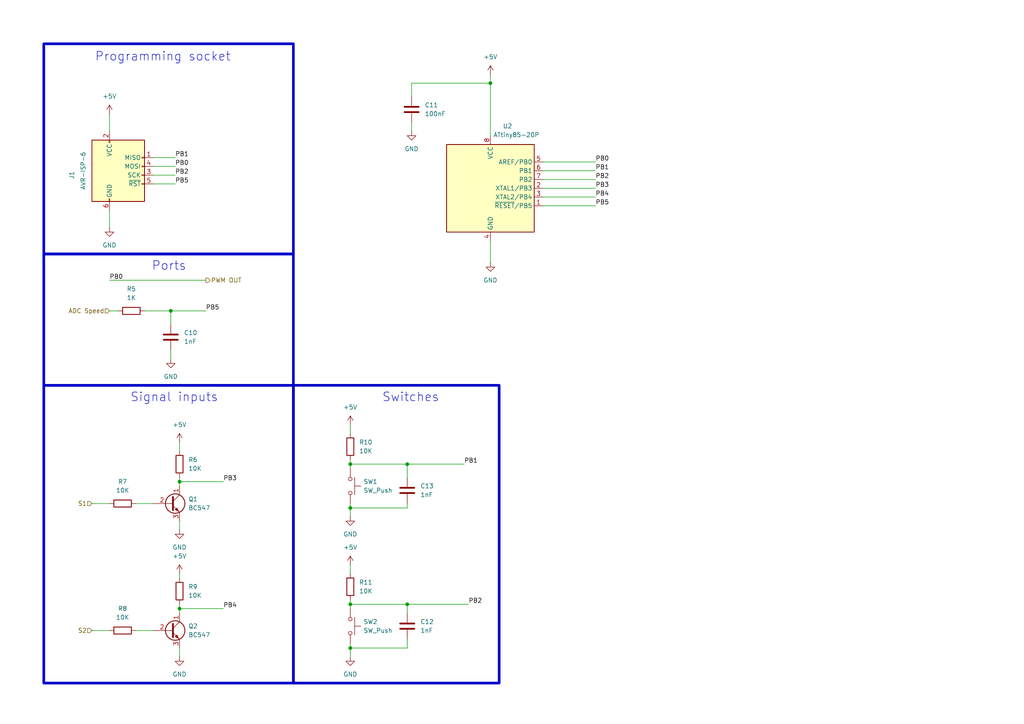
<source format=kicad_sch>
(kicad_sch (version 20231120) (generator "eeschema") (generator_version "8.0")
  (paper "A4")
  (lib_symbols
    (symbol "Connector:AVR-ISP-6" (pin_names (offset 1.016))
      (property "Reference" "J" (at -6.35 11.43 0))
      (property "Value" "AVR-ISP-6" (at 0 11.43 0))
      (symbol "AVR-ISP-6_0_1"
        (rectangle (start -2.667 -6.858) (end -2.413 -7.62))
        (rectangle (start -2.667 10.16) (end -2.413 9.398))
        (rectangle (start 7.62 -2.413) (end 6.858 -2.667))
        (rectangle (start 7.62 0.127) (end 6.858 -0.127))
        (rectangle (start 7.62 2.667) (end 6.858 2.413))
        (rectangle (start 7.62 5.207) (end 6.858 4.953))
        (rectangle (start 7.62 10.16) (end -7.62 -7.62) (stroke (width 0.254)) (fill (type background)))
      )
      (symbol "AVR-ISP-6_1_1"
        (pin passive line (at 10.16 5.08 180) (length 2.54) (name "MISO") (number "1"))
        (pin passive line (at -2.54 12.7 270) (length 2.54) (name "VCC") (number "2"))
        (pin passive line (at 10.16 0 180) (length 2.54) (name "SCK") (number "3"))
        (pin passive line (at 10.16 2.54 180) (length 2.54) (name "MOSI") (number "4"))
        (pin passive line (at 10.16 -2.54 180) (length 2.54) (name "~{RST}") (number "5"))
        (pin passive line (at -2.54 -10.16 90) (length 2.54) (name "GND") (number "6"))
      )
    )
    (symbol "Device:C" (pin_numbers hide) (pin_names (offset 0.254))
      (property "Reference" "C" (at 0.635 2.54 0))
      (property "Value" "C" (at 0.635 -2.54 0))
      (symbol "C_0_1"
        (polyline (pts (xy -2.032 -0.762) (xy 2.032 -0.762)) (stroke (width 0.508)))
        (polyline (pts (xy -2.032 0.762) (xy 2.032 0.762)) (stroke (width 0.508)))
      )
      (symbol "C_1_1"
        (pin passive line (at 0 3.81 270) (length 2.794) (name "~") (number "1"))
        (pin passive line (at 0 -3.81 90) (length 2.794) (name "~") (number "2"))
      )
    )
    (symbol "Device:R" (pin_numbers hide) (pin_names (offset 0))
      (property "Reference" "R" (at 2.032 0 90))
      (property "Value" "R" (at 0 0 90))
      (symbol "R_0_1"
        (rectangle (start -1.016 -2.54) (end 1.016 2.54) (stroke (width 0.254)))
      )
      (symbol "R_1_1"
        (pin passive line (at 0 3.81 270) (length 1.27) (name "~") (number "1"))
        (pin passive line (at 0 -3.81 90) (length 1.27) (name "~") (number "2"))
      )
    )
    (symbol "MCU_Microchip_ATtiny:ATtiny85-20P"
      (property "Reference" "U" (at -12.7 13.97 0))
      (property "Value" "ATtiny85-20P" (at 2.54 -13.97 0))
      (symbol "ATtiny85-20P_0_1"
        (rectangle (start -12.7 -12.7) (end 12.7 12.7) (stroke (width 0.254)) (fill (type background)))
      )
      (symbol "ATtiny85-20P_1_1"
        (pin bidirectional line (at 15.24 -5.08 180) (length 2.54) (name "~{RESET}/PB5") (number "1"))
        (pin bidirectional line (at 15.24 0 180) (length 2.54) (name "XTAL1/PB3") (number "2"))
        (pin bidirectional line (at 15.24 -2.54 180) (length 2.54) (name "XTAL2/PB4") (number "3"))
        (pin power_in line (at 0 -15.24 90) (length 2.54) (name "GND") (number "4"))
        (pin bidirectional line (at 15.24 7.62 180) (length 2.54) (name "AREF/PB0") (number "5"))
        (pin bidirectional line (at 15.24 5.08 180) (length 2.54) (name "PB1") (number "6"))
        (pin bidirectional line (at 15.24 2.54 180) (length 2.54) (name "PB2") (number "7"))
        (pin power_in line (at 0 15.24 270) (length 2.54) (name "VCC") (number "8"))
      )
    )
    (symbol "Switch:SW_Push" (pin_numbers hide) (pin_names (offset 1.016) hide)
      (property "Reference" "SW" (at 1.27 2.54 0))
      (property "Value" "SW_Push" (at 0 -1.524 0))
      (symbol "SW_Push_0_1"
        (circle (center -2.032 0) (radius 0.508))
        (polyline (pts (xy 0 1.27) (xy 0 3.048)))
        (polyline (pts (xy 2.54 1.27) (xy -2.54 1.27)))
        (circle (center 2.032 0) (radius 0.508))
        (pin passive line (at -5.08 0 0) (length 2.54) (name "1") (number "1"))
        (pin passive line (at 5.08 0 180) (length 2.54) (name "2") (number "2"))
      )
    )
    (symbol "Transistor_BJT:BC547" (pin_names (offset 0) hide)
      (property "Reference" "Q" (at 5.08 1.905 0))
      (property "Value" "BC547" (at 5.08 0 0))
      (symbol "BC547_0_1"
        (polyline (pts (xy 0 0) (xy 0.635 0)))
        (polyline (pts (xy 0.635 0.635) (xy 2.54 2.54)))
        (polyline (pts (xy 0.635 -0.635) (xy 2.54 -2.54) (xy 2.54 -2.54)))
        (polyline (pts (xy 0.635 1.905) (xy 0.635 -1.905) (xy 0.635 -1.905)) (stroke (width 0.508)))
        (polyline (pts (xy 1.27 -1.778) (xy 1.778 -1.27) (xy 2.286 -2.286) (xy 1.27 -1.778) (xy 1.27 -1.778)) (fill (type outline)))
        (circle (center 1.27 0) (radius 2.8194) (stroke (width 0.254)))
      )
      (symbol "BC547_1_1"
        (pin passive line (at 2.54 5.08 270) (length 2.54) (name "C") (number "1"))
        (pin input line (at -5.08 0 0) (length 5.08) (name "B") (number "2"))
        (pin passive line (at 2.54 -5.08 90) (length 2.54) (name "E") (number "3"))
      )
    )
    (symbol "power:+5V" (power) (pin_numbers hide) (pin_names (offset 0) hide)
      (property "Value" "+5V" (at 0 3.556 0))
      (symbol "+5V_0_1"
        (polyline (pts (xy -0.762 1.27) (xy 0 2.54)))
        (polyline (pts (xy 0 0) (xy 0 2.54)))
        (polyline (pts (xy 0 2.54) (xy 0.762 1.27)))
      )
      (symbol "+5V_1_1"
        (pin power_in line (at 0 0 90) (length 0) (name "~") (number "1"))
      )
    )
    (symbol "power:GND" (power) (pin_numbers hide) (pin_names (offset 0) hide)
      (property "Value" "GND" (at 0 -3.81 0))
      (symbol "GND_0_1"
        (polyline (pts (xy 0 0) (xy 0 -1.27) (xy 1.27 -1.27) (xy 0 -2.54) (xy -1.27 -1.27) (xy 0 -1.27)))
      )
      (symbol "GND_1_1"
        (pin power_in line (at 0 0 270) (length 0) (name "~") (number "1"))
      )
    )
  )
  (junction (at 101.6 175.26))
  (junction (at 52.07 139.7))
  (junction (at 101.6 134.62))
  (junction (at 142.24 24.13))
  (junction (at 101.6 187.96))
  (junction (at 118.11 134.62))
  (junction (at 52.07 176.53))
  (junction (at 101.6 147.32))
  (junction (at 49.53 90.17))
  (junction (at 118.11 175.26))
  (wire (pts (xy 31.75 90.17) (xy 34.29 90.17)))
  (wire (pts (xy 26.67 182.88) (xy 31.75 182.88)))
  (wire (pts (xy 142.24 21.59) (xy 142.24 24.13)))
  (wire (pts (xy 157.48 46.99) (xy 172.72 46.99)))
  (wire (pts (xy 49.53 90.17) (xy 49.53 93.98)))
  (wire (pts (xy 118.11 147.32) (xy 101.6 147.32)))
  (wire (pts (xy 31.75 81.28) (xy 59.69 81.28)))
  (wire (pts (xy 31.75 33.02) (xy 31.75 38.1)))
  (wire (pts (xy 118.11 187.96) (xy 101.6 187.96)))
  (wire (pts (xy 101.6 175.26) (xy 101.6 176.53)))
  (wire (pts (xy 44.45 48.26) (xy 50.8 48.26)))
  (wire (pts (xy 49.53 101.6) (xy 49.53 104.14)))
  (wire (pts (xy 157.48 52.07) (xy 172.72 52.07)))
  (wire (pts (xy 52.07 139.7) (xy 52.07 140.97)))
  (wire (pts (xy 101.6 146.05) (xy 101.6 147.32)))
  (wire (pts (xy 52.07 166.37) (xy 52.07 167.64)))
  (wire (pts (xy 142.24 69.85) (xy 142.24 76.2)))
  (wire (pts (xy 157.48 59.69) (xy 172.72 59.69)))
  (wire (pts (xy 44.45 53.34) (xy 50.8 53.34)))
  (wire (pts (xy 44.45 45.72) (xy 50.8 45.72)))
  (wire (pts (xy 118.11 134.62) (xy 134.62 134.62)))
  (wire (pts (xy 101.6 147.32) (xy 101.6 149.86)))
  (wire (pts (xy 44.45 50.8) (xy 50.8 50.8)))
  (wire (pts (xy 49.53 90.17) (xy 59.69 90.17)))
  (wire (pts (xy 26.67 146.05) (xy 31.75 146.05)))
  (wire (pts (xy 52.07 153.67) (xy 52.07 151.13)))
  (wire (pts (xy 101.6 134.62) (xy 118.11 134.62)))
  (wire (pts (xy 118.11 146.05) (xy 118.11 147.32)))
  (wire (pts (xy 101.6 163.83) (xy 101.6 166.37)))
  (wire (pts (xy 119.38 27.94) (xy 119.38 24.13)))
  (wire (pts (xy 52.07 176.53) (xy 64.77 176.53)))
  (wire (pts (xy 52.07 128.27) (xy 52.07 130.81)))
  (wire (pts (xy 101.6 123.19) (xy 101.6 125.73)))
  (wire (pts (xy 52.07 190.5) (xy 52.07 187.96)))
  (wire (pts (xy 157.48 57.15) (xy 172.72 57.15)))
  (wire (pts (xy 101.6 173.99) (xy 101.6 175.26)))
  (wire (pts (xy 157.48 54.61) (xy 172.72 54.61)))
  (wire (pts (xy 101.6 187.96) (xy 101.6 190.5)))
  (wire (pts (xy 39.37 182.88) (xy 44.45 182.88)))
  (wire (pts (xy 157.48 49.53) (xy 172.72 49.53)))
  (wire (pts (xy 142.24 24.13) (xy 142.24 39.37)))
  (wire (pts (xy 118.11 185.42) (xy 118.11 187.96)))
  (wire (pts (xy 119.38 24.13) (xy 142.24 24.13)))
  (wire (pts (xy 101.6 133.35) (xy 101.6 134.62)))
  (wire (pts (xy 118.11 134.62) (xy 118.11 138.43)))
  (wire (pts (xy 39.37 146.05) (xy 44.45 146.05)))
  (wire (pts (xy 52.07 139.7) (xy 64.77 139.7)))
  (wire (pts (xy 52.07 138.43) (xy 52.07 139.7)))
  (wire (pts (xy 119.38 35.56) (xy 119.38 38.1)))
  (wire (pts (xy 101.6 186.69) (xy 101.6 187.96)))
  (wire (pts (xy 41.91 90.17) (xy 49.53 90.17)))
  (wire (pts (xy 101.6 175.26) (xy 118.11 175.26)))
  (wire (pts (xy 52.07 176.53) (xy 52.07 177.8)))
  (wire (pts (xy 118.11 175.26) (xy 135.89 175.26)))
  (wire (pts (xy 31.75 60.96) (xy 31.75 66.04)))
  (wire (pts (xy 101.6 134.62) (xy 101.6 135.89)))
  (wire (pts (xy 52.07 175.26) (xy 52.07 176.53)))
  (wire (pts (xy 118.11 175.26) (xy 118.11 177.8)))
  (rectangle (start 12.7 111.76) (end 85.09 198.12) (stroke (width 0.762)))
  (rectangle (start 12.7 12.7) (end 85.09 73.66) (stroke (width 0.762)))
  (rectangle (start 12.7 73.66) (end 85.09 111.76) (stroke (width 0.762)))
  (rectangle (start 85.09 111.76) (end 144.78 198.12) (stroke (width 0.762)))
  (text "Ports" (at 49.022 77.216 0) (effects (font (size 2.54 2.54))))
  (text "Signal inputs" (at 50.546 115.316 0) (effects (font (size 2.54 2.54))))
  (text "Programming socket" (at 47.244 16.51 0) (effects (font (size 2.54 2.54))))
  (text "Switches" (at 119.126 115.316 0) (effects (font (size 2.54 2.54))))
  (label "PB5" (at 59.69 90.17 0))
  (label "PB0" (at 31.75 81.28 0))
  (label "PB0" (at 50.8 48.26 0))
  (label "PB3" (at 64.77 139.7 0))
  (label "PB3" (at 172.72 54.61 0))
  (label "PB2" (at 50.8 50.8 0))
  (label "PB5" (at 172.72 59.69 0))
  (label "PB2" (at 135.89 175.26 0))
  (label "PB1" (at 172.72 49.53 0))
  (label "PB4" (at 64.77 176.53 0))
  (label "PB0" (at 172.72 46.99 0))
  (label "PB4" (at 172.72 57.15 0))
  (label "PB2" (at 172.72 52.07 0))
  (label "PB1" (at 134.62 134.62 0))
  (label "PB5" (at 50.8 53.34 0))
  (label "PB1" (at 50.8 45.72 0))
  (hierarchical_label "S1" (shape input) (at 26.67 146.05 180))
  (hierarchical_label "ADC Speed" (shape input) (at 31.75 90.17 180))
  (hierarchical_label "S2" (shape input) (at 26.67 182.88 180))
  (hierarchical_label "PWM OUT" (shape output) (at 59.69 81.28 0))
  (symbol (lib_id "Device:R") (at 52.07 171.45 180) (unit 1)
    (property "Reference" "R9" (at 54.61 170.1799 0) (effects (justify right)))
    (property "Value" "10K" (at 54.61 172.7199 0) (effects (justify right)))
    (property "Footprint" "Resistor_SMD:R_1206_3216Metric_Pad1.30x1.75mm_HandSolder" (effects (hide yes)))
    (property "Description" "Resistor" (effects (hide yes)))
  )
  (symbol (lib_id "power:GND") (at 52.07 153.67 0) (unit 1)
    (property "Reference" "#PWR013" (effects (hide yes)))
    (property "Value" "GND" (at 52.07 158.75 0))
    (property "Description" "Power symbol creates a global label with name \"GND\" , ground" (effects (hide yes)))
  )
  (symbol (lib_id "power:+5V") (at 52.07 166.37 0) (unit 1)
    (property "Reference" "#PWR014" (effects (hide yes)))
    (property "Value" "+5V" (at 52.07 161.29 0))
    (property "Description" "Power symbol creates a global label with name \"+5V\"" (effects (hide yes)))
  )
  (symbol (lib_id "power:GND") (at 52.07 190.5 0) (unit 1)
    (property "Reference" "#PWR015" (effects (hide yes)))
    (property "Value" "GND" (at 52.07 195.58 0))
    (property "Description" "Power symbol creates a global label with name \"GND\" , ground" (effects (hide yes)))
  )
  (symbol (lib_id "power:+5V") (at 101.6 163.83 0) (unit 1)
    (property "Reference" "#PWR018" (effects (hide yes)))
    (property "Value" "+5V" (at 101.6 158.75 0))
    (property "Description" "Power symbol creates a global label with name \"+5V\"" (effects (hide yes)))
  )
  (symbol (lib_id "power:GND") (at 101.6 190.5 0) (unit 1)
    (property "Reference" "#PWR019" (effects (hide yes)))
    (property "Value" "GND" (at 101.6 195.58 0))
    (property "Description" "Power symbol creates a global label with name \"GND\" , ground" (effects (hide yes)))
  )
  (symbol (lib_id "Device:C") (at 118.11 142.24 0) (unit 1)
    (property "Reference" "C13" (at 121.92 140.9699 0) (effects (justify left)))
    (property "Value" "1nF" (at 121.92 143.5099 0) (effects (justify left)))
    (property "Footprint" "Capacitor_SMD:C_1206_3216Metric_Pad1.33x1.80mm_HandSolder" (effects (hide yes)))
    (property "Description" "Unpolarized capacitor" (effects (hide yes)))
  )
  (symbol (lib_id "Switch:SW_Push") (at 101.6 181.61 270) (unit 1)
    (property "Reference" "SW2" (at 105.41 180.3399 90) (effects (justify left)))
    (property "Value" "SW_Push" (at 105.41 182.8799 90) (effects (justify left)))
    (property "Footprint" "Button_Switch_THT:SW_PUSH_6mm_H4.3mm" (effects (hide yes)))
    (property "Description" "Push button switch, generic, two pins" (effects (hide yes)))
  )
  (symbol (lib_id "Device:R") (at 38.1 90.17 90) (unit 1)
    (property "Reference" "R5" (at 38.1 83.82 90))
    (property "Value" "1K" (at 38.1 86.36 90))
    (property "Footprint" "Resistor_SMD:R_1206_3216Metric_Pad1.30x1.75mm_HandSolder" (effects (hide yes)))
    (property "Description" "Resistor" (effects (hide yes)))
  )
  (symbol (lib_id "power:+5V") (at 31.75 33.02 0) (unit 1)
    (property "Reference" "#PWR06" (effects (hide yes)))
    (property "Value" "+5V" (at 31.75 27.94 0))
    (property "Description" "Power symbol creates a global label with name \"+5V\"" (effects (hide yes)))
  )
  (symbol (lib_id "Device:R") (at 35.56 182.88 270) (unit 1)
    (property "Reference" "R8" (at 35.56 176.53 90))
    (property "Value" "10K" (at 35.56 179.07 90))
    (property "Footprint" "Resistor_SMD:R_1206_3216Metric_Pad1.30x1.75mm_HandSolder" (effects (hide yes)))
    (property "Description" "Resistor" (effects (hide yes)))
  )
  (symbol (lib_id "power:GND") (at 49.53 104.14 0) (unit 1)
    (property "Reference" "#PWR011" (effects (hide yes)))
    (property "Value" "GND" (at 49.53 109.22 0))
    (property "Description" "Power symbol creates a global label with name \"GND\" , ground" (effects (hide yes)))
  )
  (symbol (lib_id "MCU_Microchip_ATtiny:ATtiny85-20P") (at 142.24 54.61 0) (unit 1)
    (property "Reference" "U2" (at 148.59 36.576 0) (effects (justify right)))
    (property "Value" "ATtiny85-20P" (at 156.464 39.116 0) (effects (justify right)))
    (property "Footprint" "Package_DIP:DIP-8_W7.62mm" (effects (hide yes)))
    (property "Datasheet" "http://ww1.microchip.com/downloads/en/DeviceDoc/atmel-2586-avr-8-bit-microcontroller-attiny25-attiny45-attiny85_datasheet.pdf" (effects (hide yes)))
    (property "Description" "20MHz, 8kB Flash, 512B SRAM, 512B EEPROM, debugWIRE, DIP-8" (effects (hide yes)))
  )
  (symbol (lib_id "Device:R") (at 35.56 146.05 270) (unit 1)
    (property "Reference" "R7" (at 35.56 139.7 90))
    (property "Value" "10K" (at 35.56 142.24 90))
    (property "Footprint" "Resistor_SMD:R_1206_3216Metric_Pad1.30x1.75mm_HandSolder" (effects (hide yes)))
    (property "Description" "Resistor" (effects (hide yes)))
  )
  (symbol (lib_id "Device:R") (at 52.07 134.62 180) (unit 1)
    (property "Reference" "R6" (at 54.61 133.3499 0) (effects (justify right)))
    (property "Value" "10K" (at 54.61 135.8899 0) (effects (justify right)))
    (property "Footprint" "Resistor_SMD:R_1206_3216Metric_Pad1.30x1.75mm_HandSolder" (effects (hide yes)))
    (property "Description" "Resistor" (effects (hide yes)))
  )
  (symbol (lib_id "power:GND") (at 142.24 76.2 0) (unit 1)
    (property "Reference" "#PWR09" (effects (hide yes)))
    (property "Value" "GND" (at 142.24 81.28 0))
    (property "Description" "Power symbol creates a global label with name \"GND\" , ground" (effects (hide yes)))
  )
  (symbol (lib_id "Connector:AVR-ISP-6") (at 34.29 50.8 0) (unit 1)
    (property "Reference" "J1" (at 20.828 50.8 90))
    (property "Value" "AVR-ISP-6" (at 24.13 49.53 90))
    (property "Footprint" "Connector_IDC:IDC-Header_2x03_P2.54mm_Vertical" (effects (hide yes)))
    (property "Description" "Atmel 6-pin ISP connector" (effects (hide yes)))
  )
  (symbol (lib_id "Device:C") (at 49.53 97.79 0) (unit 1)
    (property "Reference" "C10" (at 53.34 96.5199 0) (effects (justify left)))
    (property "Value" "1nF" (at 53.34 99.0599 0) (effects (justify left)))
    (property "Footprint" "Capacitor_SMD:C_1206_3216Metric_Pad1.33x1.80mm_HandSolder" (effects (hide yes)))
    (property "Description" "Unpolarized capacitor" (effects (hide yes)))
  )
  (symbol (lib_id "Device:C") (at 118.11 181.61 0) (unit 1)
    (property "Reference" "C12" (at 121.92 180.3399 0) (effects (justify left)))
    (property "Value" "1nF" (at 121.92 182.8799 0) (effects (justify left)))
    (property "Footprint" "Capacitor_SMD:C_1206_3216Metric_Pad1.33x1.80mm_HandSolder" (effects (hide yes)))
    (property "Description" "Unpolarized capacitor" (effects (hide yes)))
  )
  (symbol (lib_id "power:+5V") (at 101.6 123.19 0) (unit 1)
    (property "Reference" "#PWR016" (effects (hide yes)))
    (property "Value" "+5V" (at 101.6 118.11 0))
    (property "Description" "Power symbol creates a global label with name \"+5V\"" (effects (hide yes)))
  )
  (symbol (lib_id "Transistor_BJT:BC547") (at 49.53 182.88 0) (unit 1)
    (property "Reference" "Q2" (at 54.61 181.6099 0) (effects (justify left)))
    (property "Value" "BC547" (at 54.61 184.1499 0) (effects (justify left)))
    (property "Footprint" "Package_TO_SOT_THT:TO-92_Inline" (effects (hide yes)))
    (property "Datasheet" "https://www.onsemi.com/pub/Collateral/BC550-D.pdf" (effects (hide yes)))
    (property "Description" "0.1A Ic, 45V Vce, Small Signal NPN Transistor, TO-92" (effects (hide yes)))
  )
  (symbol (lib_id "Device:C") (at 119.38 31.75 0) (unit 1)
    (property "Reference" "C11" (at 123.19 30.4799 0) (effects (justify left)))
    (property "Value" "100nF" (at 123.19 33.0199 0) (effects (justify left)))
    (property "Footprint" "Capacitor_SMD:C_1206_3216Metric_Pad1.33x1.80mm_HandSolder" (effects (hide yes)))
    (property "Description" "Unpolarized capacitor" (effects (hide yes)))
  )
  (symbol (lib_id "power:GND") (at 31.75 66.04 0) (unit 1)
    (property "Reference" "#PWR07" (effects (hide yes)))
    (property "Value" "GND" (at 31.75 71.12 0))
    (property "Description" "Power symbol creates a global label with name \"GND\" , ground" (effects (hide yes)))
  )
  (symbol (lib_id "Device:R") (at 101.6 129.54 0) (unit 1)
    (property "Reference" "R10" (at 104.14 128.2699 0) (effects (justify left)))
    (property "Value" "10K" (at 104.14 130.8099 0) (effects (justify left)))
    (property "Footprint" "Resistor_SMD:R_1206_3216Metric_Pad1.30x1.75mm_HandSolder" (effects (hide yes)))
    (property "Description" "Resistor" (effects (hide yes)))
  )
  (symbol (lib_id "Switch:SW_Push") (at 101.6 140.97 270) (unit 1)
    (property "Reference" "SW1" (at 105.41 139.6999 90) (effects (justify left)))
    (property "Value" "SW_Push" (at 105.41 142.2399 90) (effects (justify left)))
    (property "Footprint" "Button_Switch_THT:SW_PUSH_6mm_H4.3mm" (effects (hide yes)))
    (property "Description" "Push button switch, generic, two pins" (effects (hide yes)))
  )
  (symbol (lib_id "power:GND") (at 119.38 38.1 0) (unit 1)
    (property "Reference" "#PWR010" (effects (hide yes)))
    (property "Value" "GND" (at 119.38 43.18 0))
    (property "Description" "Power symbol creates a global label with name \"GND\" , ground" (effects (hide yes)))
  )
  (symbol (lib_id "Transistor_BJT:BC547") (at 49.53 146.05 0) (unit 1)
    (property "Reference" "Q1" (at 54.61 144.7799 0) (effects (justify left)))
    (property "Value" "BC547" (at 54.61 147.3199 0) (effects (justify left)))
    (property "Footprint" "Package_TO_SOT_THT:TO-92_Inline" (effects (hide yes)))
    (property "Datasheet" "https://www.onsemi.com/pub/Collateral/BC550-D.pdf" (effects (hide yes)))
    (property "Description" "0.1A Ic, 45V Vce, Small Signal NPN Transistor, TO-92" (effects (hide yes)))
  )
  (symbol (lib_id "Device:R") (at 101.6 170.18 0) (unit 1)
    (property "Reference" "R11" (at 104.14 168.9099 0) (effects (justify left)))
    (property "Value" "10K" (at 104.14 171.4499 0) (effects (justify left)))
    (property "Footprint" "Resistor_SMD:R_1206_3216Metric_Pad1.30x1.75mm_HandSolder" (effects (hide yes)))
    (property "Description" "Resistor" (effects (hide yes)))
  )
  (symbol (lib_id "power:GND") (at 101.6 149.86 0) (unit 1)
    (property "Reference" "#PWR017" (effects (hide yes)))
    (property "Value" "GND" (at 101.6 154.94 0))
    (property "Description" "Power symbol creates a global label with name \"GND\" , ground" (effects (hide yes)))
  )
  (symbol (lib_id "power:+5V") (at 52.07 128.27 0) (unit 1)
    (property "Reference" "#PWR012" (effects (hide yes)))
    (property "Value" "+5V" (at 52.07 123.19 0))
    (property "Description" "Power symbol creates a global label with name \"+5V\"" (effects (hide yes)))
  )
  (symbol (lib_id "power:+5V") (at 142.24 21.59 0) (unit 1)
    (property "Reference" "#PWR08" (effects (hide yes)))
    (property "Value" "+5V" (at 142.24 16.51 0))
    (property "Description" "Power symbol creates a global label with name \"+5V\"" (effects (hide yes)))
  )
)
</source>
